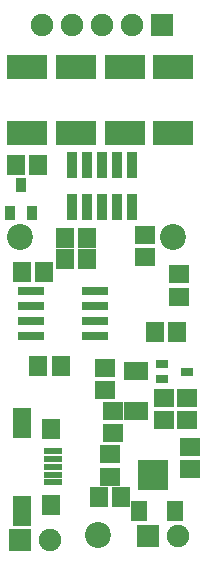
<source format=gbs>
G04 DipTrace 2.4.0.2*
%INIoDriverRevF2.gbs*%
%MOIN*%
%ADD60R,0.0591X0.0984*%
%ADD62R,0.063X0.0709*%
%ADD64R,0.061X0.0236*%
%ADD68R,0.0866X0.0315*%
%ADD80R,0.1339X0.0787*%
%ADD82R,0.0413X0.0276*%
%ADD86R,0.0335X0.0492*%
%ADD88C,0.0866*%
%ADD90R,0.0551X0.0709*%
%ADD92C,0.0748*%
%ADD94R,0.0748X0.0748*%
%ADD96R,0.0378X0.0886*%
%ADD98R,0.0787X0.063*%
%ADD100R,0.0669X0.0591*%
%ADD102R,0.0591X0.0669*%
%FSLAX44Y44*%
G04*
G70*
G90*
G75*
G01*
%LNBotMask*%
%LPD*%
D102*
X6937Y13937D3*
X6189D3*
D100*
X8875Y14000D3*
Y14748D3*
X7525Y10309D3*
Y9561D3*
D102*
X4750Y13500D3*
X5498D3*
X5312Y10375D3*
X6060D3*
D100*
X7811Y8874D3*
Y8125D3*
X10375Y7687D3*
Y6939D3*
D102*
X8062Y6000D3*
X7314D3*
D98*
X8562Y8875D3*
Y10213D3*
D96*
X8437Y15660D3*
X7937D3*
X7437D3*
X6937D3*
X6437D3*
Y17058D3*
X6937D3*
X7437D3*
X7937D3*
X8437D3*
D94*
X9437Y21750D3*
D92*
X8437D3*
X7437D3*
X6437D3*
X5437D3*
D94*
X4687Y4562D3*
D92*
X5687D3*
D94*
X8977Y4706D3*
D92*
X9977D3*
D90*
X9859Y5529D3*
X8678D3*
D88*
X9812Y14687D3*
X4687D3*
X7312Y4750D3*
D86*
X5108Y15485D3*
X4360D3*
X4734Y16391D3*
D82*
X9423Y9925D3*
Y10437D3*
X10250Y10181D3*
D102*
X6937Y14625D3*
X6189D3*
D80*
X4937Y18125D3*
Y20329D3*
D100*
X10000Y13437D3*
Y12689D3*
D80*
X6562Y18125D3*
Y20329D3*
X8187Y18125D3*
Y20329D3*
X9812Y18125D3*
Y20329D3*
D102*
X9188Y11499D3*
X9936D3*
X4562Y17062D3*
X5310D3*
D100*
X10250Y8560D3*
Y9308D3*
X9500Y8560D3*
Y9308D3*
X7687Y6685D3*
Y7433D3*
D68*
X7187Y12875D3*
Y12375D3*
Y11875D3*
Y11375D3*
X5061D3*
Y11875D3*
Y12375D3*
Y12875D3*
D64*
X5812Y6500D3*
Y6755D3*
Y7011D3*
Y7267D3*
Y7523D3*
D62*
X5723Y5751D3*
Y8271D3*
D60*
X4759Y5535D3*
Y8488D3*
G36*
X8625Y7250D2*
X9625D1*
Y6250D1*
X8625D1*
Y7250D1*
G37*
M02*

</source>
